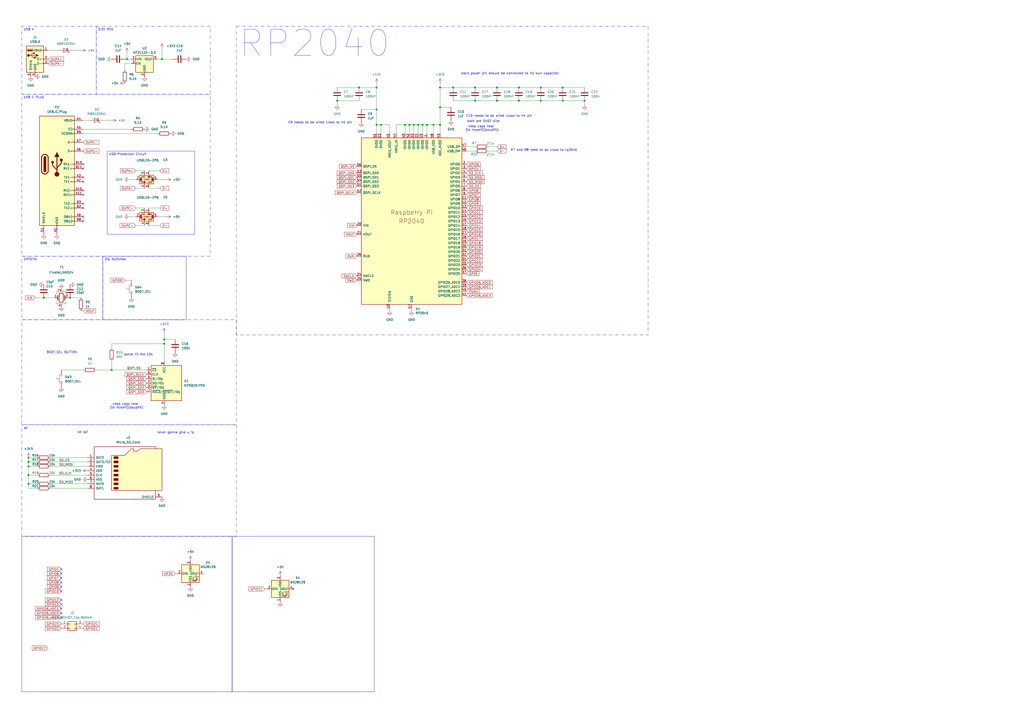
<source format=kicad_sch>
(kicad_sch (version 20250114) (generator "eeschema") (generator_version "9.0")
  (paper "A2")
  (title_block (title "HACKDUCKY BY SOUPTIK ") (date "2025-04-06") (rev "V2"))
  (text "sd spi \n" (at 48.514 250.698 0) (effects (font (size 1.27 1.27))))
  (text "C9 needs to be wired close to 45 pin" (at 185.674 71.12 0) (effects (font (size 1.27 1.27))))
  (text "keep caps near \n(to myself)(souptik)\n" (at 73.406 235.458 0) (effects (font (size 1.27 1.27))))
  (text "donot fit the 10k \n" (at 80.772 205.74 0) (effects (font (size 1.27 1.27))))
  (text "R7 and R8 need to be close to rp2040" (at 315.468 87.122 0) (effects (font (size 1.27 1.27))))
  (text "C10 needs to be wired close to 44 pin" (at 289.56 67.31 0) (effects (font (size 1.27 1.27))))
  (text "BOOT_SEL BUTTON\n" (at 35.814 204.47 0) (effects (font (size 1.27 1.27))))
  (text "never gonna give u ip\n" (at 101.854 250.952 0) (effects (font (size 1.27 1.27))))
  (text "keep caps near \n(to myself)(souptik)\n" (at 279.654 74.422 0) (effects (font (size 1.27 1.27))))
  (text "both are 0402 size" (at 280.416 70.358 0) (effects (font (size 1.27 1.27))))
  (text "each power pin should be connected to its own capacitor" (at 295.91 42.672 0) (effects (font (size 1.27 1.27))))
  (text_box "CRYSTAL" (at 12.7 148.59 0) (size 46.99 36.83) (margins 0.9525 0.9525 0.9525 0.9525) (stroke (width 0) (type dash_dot_dot)) (effects (font (size 1.27 1.27)) (justify left top)))
  (text_box "RP2040\n" (at 137.16 15.24 0) (size 238.76 179.07) (margins 0.9525 0.9525 0.9525 0.9525) (stroke (width 0) (type dash_dot_dot)) (effects (font (size 15.24 15.24)) (justify left top)))
  (text_box "USB Protection Circuit\n" (at 62.23 87.63 0) (size 50.8 48.26) (margins 0.9525 0.9525 0.9525 0.9525) (effects (font (size 1.27 1.27)) (justify left top)))
  (text_box "" (at 12.7 311.15 0) (size 121.92 90.17) (margins 0.9525 0.9525 0.9525 0.9525) (effects (font (size 1.27 1.27)) (justify left top)))
  (text_box "" (at 12.7 185.42 0) (size 124.46 60.96) (margins 0.9525 0.9525 0.9525 0.9525) (stroke (width 0) (type dash_dot_dot)) (effects (font (size 1.27 1.27)) (justify left top)))
  (text_box "USB C PLUG" (at 12.7 54.61 0) (size 109.22 93.98) (margins 0.9525 0.9525 0.9525 0.9525) (stroke (width 0) (type dash_dot_dot)) (effects (font (size 1.27 1.27)) (justify left top)))
  (text_box "sd\n" (at 12.7 246.38 0) (size 124.46 64.77) (margins 0.9525 0.9525 0.9525 0.9525) (stroke (width 0) (type dash_dot_dot)) (effects (font (size 1.27 1.27)) (justify left top)))
  (text_box "Dip Switches\n" (at 59.69 148.59 0) (size 48.26 36.83) (margins 0.9525 0.9525 0.9525 0.9525) (effects (font (size 1.27 1.27)) (justify left top)))
  (text_box "3.3V REG\n" (at 55.88 15.24 0) (size 66.04 39.37) (margins 0.9525 0.9525 0.9525 0.9525) (stroke (width 0) (type dash_dot_dot)) (effects (font (size 1.27 1.27)) (justify left top)))
  (text_box "USB A\n" (at 12.7 15.24 0) (size 43.18 39.37) (margins 0.9525 0.9525 0.9525 0.9525) (stroke (width 0) (type dash_dot_dot)) (effects (font (size 1.27 1.27)) (justify left top)))
  (text_box "" (at 134.62 311.15 0) (size 82.55 90.17) (margins 0.9525 0.9525 0.9525 0.9525) (effects (font (size 1.27 1.27)) (justify left top)))
  (junction (at 220.98 72.39))
  (junction (at 300.99 58.42))
  (junction (at 16.51 280.67))
  (junction (at 245.11 72.39))
  (junction (at 326.39 58.42))
  (junction (at 242.57 72.39))
  (junction (at 25.4 172.72))
  (junction (at 73.66 34.29))
  (junction (at 275.59 50.8))
  (junction (at 208.28 50.8))
  (junction (at 93.98 34.29))
  (junction (at 218.44 72.39))
  (junction (at 16.51 275.59))
  (junction (at 247.65 72.39))
  (junction (at 234.95 72.39))
  (junction (at 255.27 72.39))
  (junction (at 275.59 58.42))
  (junction (at 255.27 62.23))
  (junction (at 313.69 50.8))
  (junction (at 326.39 50.8))
  (junction (at 262.89 50.8))
  (junction (at 300.99 50.8))
  (junction (at 313.69 58.42))
  (junction (at 255.27 50.8))
  (junction (at 251.46 72.39))
  (junction (at 40.64 172.72))
  (junction (at 288.29 50.8))
  (junction (at 95.25 199.39))
  (junction (at 195.58 58.42))
  (junction (at 16.51 265.43))
  (junction (at 16.51 267.97))
  (junction (at 218.44 50.8))
  (junction (at 16.51 270.51))
  (junction (at 288.29 58.42))
  (junction (at 240.03 72.39))
  (junction (at 95.25 196.85))
  (junction (at 218.44 63.5))
  (junction (at 339.09 58.42))
  (junction (at 64.77 214.63))
  (junction (at 237.49 72.39))
  (no_connect (at 170.18 341.63))
  (no_connect (at 48.26 95.25))
  (no_connect (at 48.26 120.65))
  (no_connect (at 35.56 340.36))
  (no_connect (at 48.26 113.03))
  (no_connect (at 48.26 110.49))
  (no_connect (at 35.56 335.28))
  (no_connect (at 35.56 350.52))
  (no_connect (at 35.56 342.9))
  (no_connect (at 48.26 105.41))
  (no_connect (at 48.26 128.27))
  (no_connect (at 35.56 353.06))
  (no_connect (at 48.26 97.79))
  (no_connect (at 35.56 337.82))
  (no_connect (at 35.56 358.14))
  (no_connect (at 35.56 355.6))
  (no_connect (at 35.56 332.74))
  (no_connect (at 35.56 347.98))
  (no_connect (at 48.26 102.87))
  (no_connect (at 35.56 330.2))
  (no_connect (at 48.26 118.11))
  (no_connect (at 48.26 125.73))
  (wire (pts (xy 74.93 104.14) (xy 78.74 104.14)))
  (wire (pts (xy 73.66 30.48) (xy 73.66 34.29)))
  (wire (pts (xy 288.29 58.42) (xy 300.99 58.42)))
  (wire (pts (xy 86.36 109.22) (xy 92.71 109.22)))
  (wire (pts (xy 283.21 85.09) (xy 288.29 85.09)))
  (wire (pts (xy 74.93 125.73) (xy 78.74 125.73)))
  (wire (pts (xy 95.25 193.04) (xy 95.25 196.85)))
  (wire (pts (xy 29.21 270.51) (xy 50.8 270.51)))
  (wire (pts (xy 226.06 77.47) (xy 226.06 72.39)))
  (wire (pts (xy 226.06 180.34) (xy 226.06 179.07)))
  (wire (pts (xy 41.91 29.21) (xy 46.99 29.21)))
  (wire (pts (xy 64.77 209.55) (xy 64.77 214.63)))
  (wire (pts (xy 218.44 50.8) (xy 218.44 63.5)))
  (wire (pts (xy 95.25 196.85) (xy 95.25 199.39)))
  (wire (pts (xy 25.4 172.72) (xy 31.75 172.72)))
  (wire (pts (xy 234.95 72.39) (xy 234.95 77.47)))
  (wire (pts (xy 255.27 50.8) (xy 255.27 62.23)))
  (wire (pts (xy 20.32 172.72) (xy 25.4 172.72)))
  (wire (pts (xy 29.21 275.59) (xy 50.8 275.59)))
  (wire (pts (xy 78.74 109.22) (xy 83.82 109.22)))
  (wire (pts (xy 275.59 50.8) (xy 288.29 50.8)))
  (wire (pts (xy 16.51 265.43) (xy 21.59 265.43)))
  (wire (pts (xy 251.46 72.39) (xy 251.46 77.47)))
  (wire (pts (xy 326.39 58.42) (xy 339.09 58.42)))
  (wire (pts (xy 255.27 72.39) (xy 255.27 77.47)))
  (wire (pts (xy 59.69 69.85) (xy 64.77 69.85)))
  (wire (pts (xy 255.27 62.23) (xy 255.27 72.39)))
  (wire (pts (xy 229.87 72.39) (xy 234.95 72.39)))
  (wire (pts (xy 93.98 34.29) (xy 100.33 34.29)))
  (wire (pts (xy 73.66 34.29) (xy 76.2 34.29)))
  (wire (pts (xy 229.87 77.47) (xy 229.87 72.39)))
  (wire (pts (xy 72.39 36.83) (xy 72.39 40.64)))
  (wire (pts (xy 16.51 267.97) (xy 16.51 270.51)))
  (wire (pts (xy 16.51 275.59) (xy 16.51 280.67)))
  (wire (pts (xy 270.51 87.63) (xy 275.59 87.63)))
  (wire (pts (xy 153.67 341.63) (xy 154.94 341.63)))
  (wire (pts (xy 72.39 34.29) (xy 73.66 34.29)))
  (wire (pts (xy 220.98 72.39) (xy 218.44 72.39)))
  (wire (pts (xy 261.62 62.23) (xy 255.27 62.23)))
  (wire (pts (xy 247.65 72.39) (xy 251.46 72.39)))
  (wire (pts (xy 21.59 280.67) (xy 16.51 280.67)))
  (wire (pts (xy 48.26 69.85) (xy 52.07 69.85)))
  (wire (pts (xy 29.21 280.67) (xy 50.8 280.67)))
  (wire (pts (xy 237.49 72.39) (xy 237.49 77.47)))
  (wire (pts (xy 93.98 27.94) (xy 93.98 34.29)))
  (wire (pts (xy 35.56 214.63) (xy 48.26 214.63)))
  (wire (pts (xy 195.58 60.96) (xy 195.58 58.42)))
  (wire (pts (xy 313.69 58.42) (xy 326.39 58.42)))
  (wire (pts (xy 242.57 77.47) (xy 242.57 72.39)))
  (wire (pts (xy 92.71 99.06) (xy 86.36 99.06)))
  (wire (pts (xy 64.77 199.39) (xy 95.25 199.39)))
  (wire (pts (xy 91.44 125.73) (xy 96.52 125.73)))
  (wire (pts (xy 39.37 172.72) (xy 40.64 172.72)))
  (wire (pts (xy 48.26 77.47) (xy 91.44 77.47)))
  (wire (pts (xy 46.99 172.72) (xy 40.64 172.72)))
  (wire (pts (xy 226.06 72.39) (xy 220.98 72.39)))
  (wire (pts (xy 27.94 29.21) (xy 34.29 29.21)))
  (wire (pts (xy 245.11 77.47) (xy 245.11 72.39)))
  (wire (pts (xy 46.99 180.34) (xy 48.26 180.34)))
  (wire (pts (xy 16.51 270.51) (xy 16.51 275.59)))
  (wire (pts (xy 240.03 72.39) (xy 242.57 72.39)))
  (wire (pts (xy 218.44 72.39) (xy 218.44 77.47)))
  (wire (pts (xy 247.65 72.39) (xy 247.65 77.47)))
  (wire (pts (xy 300.99 58.42) (xy 313.69 58.42)))
  (wire (pts (xy 283.21 87.63) (xy 288.29 87.63)))
  (wire (pts (xy 86.36 130.81) (xy 92.71 130.81)))
  (wire (pts (xy 218.44 48.26) (xy 218.44 50.8)))
  (wire (pts (xy 300.99 50.8) (xy 313.69 50.8)))
  (wire (pts (xy 218.44 63.5) (xy 218.44 72.39)))
  (wire (pts (xy 255.27 48.26) (xy 255.27 50.8)))
  (wire (pts (xy 48.26 74.93) (xy 76.2 74.93)))
  (wire (pts (xy 21.59 283.21) (xy 16.51 283.21)))
  (wire (pts (xy 29.21 267.97) (xy 50.8 267.97)))
  (wire (pts (xy 91.44 34.29) (xy 93.98 34.29)))
  (wire (pts (xy 21.59 270.51) (xy 16.51 270.51)))
  (wire (pts (xy 76.2 36.83) (xy 72.39 36.83)))
  (wire (pts (xy 29.21 283.21) (xy 50.8 283.21)))
  (wire (pts (xy 95.25 199.39) (xy 95.25 209.55)))
  (wire (pts (xy 78.74 99.06) (xy 83.82 99.06)))
  (wire (pts (xy 50.8 265.43) (xy 29.21 265.43)))
  (wire (pts (xy 240.03 72.39) (xy 240.03 77.47)))
  (wire (pts (xy 251.46 72.39) (xy 255.27 72.39)))
  (wire (pts (xy 78.74 120.65) (xy 83.82 120.65)))
  (wire (pts (xy 72.39 162.56) (xy 76.2 162.56)))
  (wire (pts (xy 16.51 267.97) (xy 21.59 267.97)))
  (wire (pts (xy 16.51 280.67) (xy 16.51 283.21)))
  (wire (pts (xy 195.58 58.42) (xy 208.28 58.42)))
  (wire (pts (xy 209.55 63.5) (xy 218.44 63.5)))
  (wire (pts (xy 64.77 199.39) (xy 64.77 201.93)))
  (wire (pts (xy 288.29 50.8) (xy 300.99 50.8)))
  (wire (pts (xy 78.74 130.81) (xy 83.82 130.81)))
  (wire (pts (xy 238.76 180.34) (xy 238.76 179.07)))
  (wire (pts (xy 101.6 332.74) (xy 102.87 332.74)))
  (wire (pts (xy 91.44 104.14) (xy 96.52 104.14)))
  (wire (pts (xy 275.59 58.42) (xy 288.29 58.42)))
  (wire (pts (xy 262.89 50.8) (xy 275.59 50.8)))
  (wire (pts (xy 313.69 50.8) (xy 326.39 50.8)))
  (wire (pts (xy 255.27 50.8) (xy 262.89 50.8)))
  (wire (pts (xy 242.57 72.39) (xy 245.11 72.39)))
  (wire (pts (xy 16.51 275.59) (xy 21.59 275.59)))
  (wire (pts (xy 208.28 50.8) (xy 218.44 50.8)))
  (wire (pts (xy 339.09 58.42) (xy 339.09 60.96)))
  (wire (pts (xy 237.49 72.39) (xy 240.03 72.39)))
  (wire (pts (xy 270.51 85.09) (xy 275.59 85.09)))
  (wire (pts (xy 195.58 50.8) (xy 208.28 50.8)))
  (wire (pts (xy 326.39 50.8) (xy 339.09 50.8)))
  (wire (pts (xy 92.71 120.65) (xy 86.36 120.65)))
  (wire (pts (xy 16.51 265.43) (xy 16.51 267.97)))
  (wire (pts (xy 262.89 58.42) (xy 275.59 58.42)))
  (wire (pts (xy 220.98 72.39) (xy 220.98 77.47)))
  (wire (pts (xy 55.88 214.63) (xy 64.77 214.63)))
  (wire (pts (xy 95.25 196.85) (xy 101.6 196.85)))
  (wire (pts (xy 245.11 72.39) (xy 247.65 72.39)))
  (wire (pts (xy 64.77 214.63) (xy 85.09 214.63)))
  (wire (pts (xy 234.95 72.39) (xy 237.49 72.39)))
  (label "SD_CS" (at 34.29 267.97 0))
  (label "SD_MOSI" (at 34.29 270.51 0))
  (label "SD_CLK" (at 34.29 275.59 0))
  (label "SD_MISO" (at 34.29 280.67 0))
  (label "QSPI_SS" (at 73.66 214.63 0))
  (global_label "SWCLK" (shape input) (at 207.01 160.02 180) (property "Intersheetrefs" "${INTERSHEET_REFS}" (effects (hide yes))))
  (global_label "GPIO13" (shape input) (at 35.56 350.52 180) (property "Intersheetrefs" "${INTERSHEET_REFS}" (effects (hide yes))))
  (global_label "SD_MISO" (shape input) (at 270.51 105.41 0) (property "Intersheetrefs" "${INTERSHEET_REFS}" (effects (hide yes))))
  (global_label "GPIO26_ADC1" (shape input) (at 35.56 353.06 180) (property "Intersheetrefs" "${INTERSHEET_REFS}" (effects (hide yes))))
  (global_label "GP25" (shape input) (at 270.51 158.75 0) (property "Intersheetrefs" "${INTERSHEET_REFS}" (effects (hide yes))))
  (global_label "DUPA+" (shape input) (at 78.74 99.06 180) (property "Intersheetrefs" "${INTERSHEET_REFS}" (effects (hide yes))))
  (global_label "GPIO8" (shape input) (at 35.56 337.82 180) (property "Intersheetrefs" "${INTERSHEET_REFS}" (effects (hide yes))))
  (global_label "GPIO12" (shape input) (at 270.51 125.73 0) (property "Intersheetrefs" "${INTERSHEET_REFS}" (effects (hide yes))))
  (global_label "DUPC-" (shape input) (at 48.26 82.55 0) (property "Intersheetrefs" "${INTERSHEET_REFS}" (effects (hide yes))))
  (global_label "QSPI_SCLK" (shape input) (at 207.01 111.76 180) (property "Intersheetrefs" "${INTERSHEET_REFS}" (effects (hide yes))))
  (global_label "D-" (shape input) (at 92.71 109.22 0) (property "Intersheetrefs" "${INTERSHEET_REFS}" (effects (hide yes))))
  (global_label "RUN" (shape input) (at 207.01 148.59 180) (property "Intersheetrefs" "${INTERSHEET_REFS}" (effects (hide yes))))
  (global_label "D+" (shape input) (at 92.71 120.65 0) (property "Intersheetrefs" "${INTERSHEET_REFS}" (effects (hide yes))))
  (global_label "GPIO24" (shape input) (at 270.51 156.21 0) (property "Intersheetrefs" "${INTERSHEET_REFS}" (effects (hide yes))))
  (global_label "GPIO9" (shape input) (at 35.56 340.36 180) (property "Intersheetrefs" "${INTERSHEET_REFS}" (effects (hide yes))))
  (global_label "GPIO22" (shape input) (at 270.51 151.13 0) (property "Intersheetrefs" "${INTERSHEET_REFS}" (effects (hide yes))))
  (global_label "QSPI_SD2" (shape input) (at 85.09 224.79 180) (property "Intersheetrefs" "${INTERSHEET_REFS}" (effects (hide yes))))
  (global_label "GPIO9" (shape input) (at 270.51 118.11 0) (property "Intersheetrefs" "${INTERSHEET_REFS}" (effects (hide yes))))
  (global_label "GPIO6" (shape input) (at 35.56 332.74 180) (property "Intersheetrefs" "${INTERSHEET_REFS}" (effects (hide yes))))
  (global_label "XOUT" (shape input) (at 207.01 135.89 180) (property "Intersheetrefs" "${INTERSHEET_REFS}" (effects (hide yes))))
  (global_label "GPIO21" (shape input) (at 48.26 364.49 0) (property "Intersheetrefs" "${INTERSHEET_REFS}" (effects (hide yes))))
  (global_label "DUPA-" (shape input) (at 27.94 36.83 0) (property "Intersheetrefs" "${INTERSHEET_REFS}" (effects (hide yes))))
  (global_label "GPIO6" (shape input) (at 270.51 110.49 0) (property "Intersheetrefs" "${INTERSHEET_REFS}" (effects (hide yes))))
  (global_label "D+" (shape input) (at 288.29 85.09 0) (property "Intersheetrefs" "${INTERSHEET_REFS}" (effects (hide yes))))
  (global_label "GPIO26_ADC3" (shape input) (at 35.56 358.14 180) (property "Intersheetrefs" "${INTERSHEET_REFS}" (effects (hide yes))))
  (global_label "GPIO20" (shape input) (at 270.51 146.05 0) (property "Intersheetrefs" "${INTERSHEET_REFS}" (effects (hide yes))))
  (global_label "GPIO23" (shape input) (at 270.51 153.67 0) (property "Intersheetrefs" "${INTERSHEET_REFS}" (effects (hide yes))))
  (global_label "GPIO10" (shape input) (at 35.56 342.9 180) (property "Intersheetrefs" "${INTERSHEET_REFS}" (effects (hide yes))))
  (global_label "QSPI_SD0" (shape input) (at 207.01 100.33 180) (property "Intersheetrefs" "${INTERSHEET_REFS}" (effects (hide yes))))
  (global_label "XIN" (shape input) (at 20.32 172.72 180) (property "Intersheetrefs" "${INTERSHEET_REFS}" (effects (hide yes))))
  (global_label "QSPI_SD3" (shape input) (at 207.01 107.95 180) (property "Intersheetrefs" "${INTERSHEET_REFS}" (effects (hide yes))))
  (global_label "QSPI_SCLK" (shape input) (at 85.09 217.17 180) (property "Intersheetrefs" "${INTERSHEET_REFS}" (effects (hide yes))))
  (global_label "GPIO7" (shape input) (at 35.56 335.28 180) (property "Intersheetrefs" "${INTERSHEET_REFS}" (effects (hide yes))))
  (global_label "GPIO18" (shape input) (at 270.51 140.97 0) (property "Intersheetrefs" "${INTERSHEET_REFS}" (effects (hide yes))))
  (global_label "GPIO13" (shape input) (at 270.51 128.27 0) (property "Intersheetrefs" "${INTERSHEET_REFS}" (effects (hide yes))))
  (global_label "GPIO24" (shape input) (at 48.26 361.95 0) (property "Intersheetrefs" "${INTERSHEET_REFS}" (effects (hide yes))))
  (global_label "GPIO11" (shape input) (at 270.51 123.19 0) (property "Intersheetrefs" "${INTERSHEET_REFS}" (effects (hide yes))))
  (global_label "PUSH" (shape input) (at 270.51 168.91 0) (property "Intersheetrefs" "${INTERSHEET_REFS}" (effects (hide yes))))
  (global_label "DUPC-" (shape input) (at 78.74 130.81 180) (property "Intersheetrefs" "${INTERSHEET_REFS}" (effects (hide yes))))
  (global_label "GPIO26_ADC0" (shape input) (at 35.56 355.6 180) (property "Intersheetrefs" "${INTERSHEET_REFS}" (effects (hide yes))))
  (global_label "GPIO0" (shape input) (at 72.39 162.56 180) (property "Intersheetrefs" "${INTERSHEET_REFS}" (effects (hide yes))))
  (global_label "D+" (shape input) (at 92.71 99.06 0) (property "Intersheetrefs" "${INTERSHEET_REFS}" (effects (hide yes))))
  (global_label "GPIO11" (shape input) (at 153.67 341.63 180) (property "Intersheetrefs" "${INTERSHEET_REFS}" (effects (hide yes))))
  (global_label "QSPI_SD1" (shape input) (at 207.01 102.87 180) (property "Intersheetrefs" "${INTERSHEET_REFS}" (effects (hide yes))))
  (global_label "XOUT" (shape input) (at 48.26 180.34 0) (property "Intersheetrefs" "${INTERSHEET_REFS}" (effects (hide yes))))
  (global_label "GPIO1" (shape input) (at 270.51 97.79 0) (property "Intersheetrefs" "${INTERSHEET_REFS}" (effects (hide yes))))
  (global_label "GPIO17" (shape input) (at 270.51 138.43 0) (property "Intersheetrefs" "${INTERSHEET_REFS}" (effects (hide yes))))
  (global_label "GPIO21" (shape input) (at 270.51 148.59 0) (property "Intersheetrefs" "${INTERSHEET_REFS}" (effects (hide yes))))
  (global_label "QSPI_SD3" (shape input) (at 85.09 227.33 180) (property "Intersheetrefs" "${INTERSHEET_REFS}" (effects (hide yes))))
  (global_label "DUPC+" (shape input) (at 78.74 120.65 180) (property "Intersheetrefs" "${INTERSHEET_REFS}" (effects (hide yes))))
  (global_label "SD_MOSI" (shape input) (at 270.51 102.87 0) (property "Intersheetrefs" "${INTERSHEET_REFS}" (effects (hide yes))))
  (global_label "GPIO10" (shape input) (at 270.51 120.65 0) (property "Intersheetrefs" "${INTERSHEET_REFS}" (effects (hide yes))))
  (global_label "GPIO0" (shape input) (at 270.51 95.25 0) (property "Intersheetrefs" "${INTERSHEET_REFS}" (effects (hide yes))))
  (global_label "GPIO8" (shape input) (at 270.51 115.57 0) (property "Intersheetrefs" "${INTERSHEET_REFS}" (effects (hide yes))))
  (global_label "SD_CLK" (shape input) (at 270.51 100.33 0) (property "Intersheetrefs" "${INTERSHEET_REFS}" (effects (hide yes))))
  (global_label "GPIO22" (shape input) (at 35.56 364.49 180) (property "Intersheetrefs" "${INTERSHEET_REFS}" (effects (hide yes))))
  (global_label "GP25" (shape input) (at 101.6 332.74 180) (property "Intersheetrefs" "${INTERSHEET_REFS}" (effects (hide yes))))
  (global_label "GPIO12" (shape input) (at 35.56 347.98 180) (property "Intersheetrefs" "${INTERSHEET_REFS}" (effects (hide yes))))
  (global_label "DUPC+" (shape input) (at 48.26 87.63 0) (property "Intersheetrefs" "${INTERSHEET_REFS}" (effects (hide yes))))
  (global_label "GPIO16" (shape input) (at 270.51 135.89 0) (property "Intersheetrefs" "${INTERSHEET_REFS}" (effects (hide yes))))
  (global_label "QSPI_SD0" (shape input) (at 85.09 219.71 180) (property "Intersheetrefs" "${INTERSHEET_REFS}" (effects (hide yes))))
  (global_label "DUPA+" (shape input) (at 27.94 34.29 0) (property "Intersheetrefs" "${INTERSHEET_REFS}" (effects (hide yes))))
  (global_label "GPIO1" (shape input) (at 35.56 330.2 180) (property "Intersheetrefs" "${INTERSHEET_REFS}" (effects (hide yes))))
  (global_label "GPIO19" (shape input) (at 270.51 143.51 0) (property "Intersheetrefs" "${INTERSHEET_REFS}" (effects (hide yes))))
  (global_label "GPIO7" (shape input) (at 270.51 113.03 0) (property "Intersheetrefs" "${INTERSHEET_REFS}" (effects (hide yes))))
  (global_label "GPIO14" (shape input) (at 270.51 130.81 0) (property "Intersheetrefs" "${INTERSHEET_REFS}" (effects (hide yes))))
  (global_label "GPIO17" (shape input) (at 27.94 375.92 180) (property "Intersheetrefs" "${INTERSHEET_REFS}" (effects (hide yes))))
  (global_label "GPIO26_ADC3" (shape input) (at 270.51 171.45 0) (property "Intersheetrefs" "${INTERSHEET_REFS}" (effects (hide yes))))
  (global_label "D-" (shape input) (at 92.71 130.81 0) (property "Intersheetrefs" "${INTERSHEET_REFS}" (effects (hide yes))))
  (global_label "SD_CS" (shape input) (at 270.51 107.95 0) (property "Intersheetrefs" "${INTERSHEET_REFS}" (effects (hide yes))))
  (global_label "DUPA-" (shape input) (at 78.74 109.22 180) (property "Intersheetrefs" "${INTERSHEET_REFS}" (effects (hide yes))))
  (global_label "GPIO15" (shape input) (at 270.51 133.35 0) (property "Intersheetrefs" "${INTERSHEET_REFS}" (effects (hide yes))))
  (global_label "XIN" (shape input) (at 207.01 130.81 180) (property "Intersheetrefs" "${INTERSHEET_REFS}" (effects (hide yes))))
  (global_label "QSPI_SD1" (shape input) (at 85.09 222.25 180) (property "Intersheetrefs" "${INTERSHEET_REFS}" (effects (hide yes))))
  (global_label "GPIO26_ADC1" (shape input) (at 270.51 166.37 0) (property "Intersheetrefs" "${INTERSHEET_REFS}" (effects (hide yes))))
  (global_label "QSPI_SD2" (shape input) (at 207.01 105.41 180) (property "Intersheetrefs" "${INTERSHEET_REFS}" (effects (hide yes))))
  (global_label "GPIO23" (shape input) (at 35.56 361.95 180) (property "Intersheetrefs" "${INTERSHEET_REFS}" (effects (hide yes))))
  (global_label "D-" (shape input) (at 288.29 87.63 0) (property "Intersheetrefs" "${INTERSHEET_REFS}" (effects (hide yes))))
  (global_label "GPIO26_ADC0" (shape input) (at 270.51 163.83 0) (property "Intersheetrefs" "${INTERSHEET_REFS}" (effects (hide yes))))
  (global_label "QSPI_SS" (shape input) (at 207.01 96.52 180) (property "Intersheetrefs" "${INTERSHEET_REFS}" (effects (hide yes))))
  (global_label "SWD" (shape input) (at 207.01 162.56 180) (property "Intersheetrefs" "${INTERSHEET_REFS}" (effects (hide yes))))
  (symbol (lib_id "Device:R") (at 25.4 267.97 90) (unit 1)
    (property "Reference" "R17" (at 20.574 266.7 90))
    (property "Value" "10k" (at 30.226 266.7 90))
    (property "Footprint" "Resistor_SMD:R_0402_1005Metric" (effects (hide yes)))
    (property "Description" "Resistor" (effects (hide yes)))
  )
  (symbol (lib_id "Device:C") (at 208.28 54.61 0) (unit 1)
    (property "Reference" "C8" (at 212.09 53.3399 0) (effects (justify left)))
    (property "Value" "100nF" (at 212.09 55.8799 0) (effects (justify left)))
    (property "Footprint" "Capacitor_SMD:C_0402_1005Metric" (effects (hide yes)))
    (property "Description" "Unpolarized capacitor" (effects (hide yes)))
  )
  (symbol (lib_id "power:+5V") (at 96.52 104.14 270) (unit 1)
    (property "Reference" "#PWR05" (effects (hide yes)))
    (property "Value" "+5V" (at 100.33 104.1399 90) (effects (justify left)))
    (property "Description" "Power symbol creates a global label with name \"+5V\"" (effects (hide yes)))
  )
  (symbol (lib_id "power:GND") (at 74.93 125.73 270) (unit 1)
    (property "Reference" "#PWR06" (effects (hide yes)))
    (property "Value" "GND" (at 71.12 125.7299 90) (effects (justify right)))
    (property "Description" "Power symbol creates a global label with name \"GND\" , ground" (effects (hide yes)))
  )
  (symbol (lib_id "LED:SK6812") (at 110.49 332.74 0) (unit 1)
    (property "Reference" "D1" (at 120.65 326.3198 0))
    (property "Value" "WS2812B" (at 120.65 328.8598 0))
    (property "Footprint" "LED_SMD:LED_WS2812B-2020_PLCC4_2.0x2.0mm" (effects (hide yes)))
    (property "Datasheet" "https://cdn-shop.adafruit.com/product-files/1138/SK6812+LED+datasheet+.pdf" (effects (hide yes)))
    (property "Description" "RGB LED with integrated controller" (effects (hide yes)))
  )
  (symbol (lib_id "power:+3V3") (at 255.27 48.26 0) (unit 1)
    (property "Reference" "#PWR037" (effects (hide yes)))
    (property "Value" "+3V3" (at 255.27 43.18 0))
    (property "Description" "Power symbol creates a global label with name \"+3V3\"" (effects (hide yes)))
  )
  (symbol (lib_id "Device:C") (at 275.59 54.61 0) (unit 1)
    (property "Reference" "C17" (at 279.4 53.3399 0) (effects (justify left)))
    (property "Value" "100nF" (at 279.4 55.8799 0) (effects (justify left)))
    (property "Footprint" "Capacitor_SMD:C_0402_1005Metric" (effects (hide yes)))
    (property "Description" "Unpolarized capacitor" (effects (hide yes)))
  )
  (symbol (lib_id "power:GND") (at 238.76 180.34 0) (unit 1)
    (property "Reference" "#PWR035" (effects (hide yes)))
    (property "Value" "GND" (at 238.76 185.42 0))
    (property "Description" "Power symbol creates a global label with name \"GND\" , ground" (effects (hide yes)))
  )
  (symbol (lib_id "power:GND") (at 95.25 234.95 0) (unit 1)
    (property "Reference" "#PWR047" (effects (hide yes)))
    (property "Value" "GND" (at 95.25 240.03 0))
    (property "Description" "Power symbol creates a global label with name \"GND\" , ground" (effects (hide yes)))
  )
  (symbol (lib_id "power:+5V") (at 46.99 29.21 270) (unit 1)
    (property "Reference" "#PWR014" (effects (hide yes)))
    (property "Value" "+5V" (at 50.8 29.2099 90) (effects (justify left)))
    (property "Description" "Power symbol creates a global label with name \"+5V\"" (effects (hide yes)))
  )
  (symbol (lib_id "Connector_Generic:Conn_02x02_Top_Bottom") (at 40.64 361.95 0) (unit 1)
    (property "Reference" "J2" (at 41.91 355.6 0))
    (property "Value" "Conn_02x02_Top_Bottom" (at 41.91 358.14 0))
    (property "Footprint" "Connector_PinHeader_1.00mm:PinHeader_2x02_P1.00mm_Vertical_SMD" (effects (hide yes)))
    (property "Description" "Generic connector, double row, 02x02, top/bottom pin numbering scheme (row 1: 1...pins_per_row, row2: pins_per_row+1 ... num_pins), script generated (kicad-library-utils/schlib/autogen/connector/)" (effects (hide yes)))
  )
  (symbol (lib_id "power:GND") (at 25.4 135.89 0) (unit 1)
    (property "Reference" "#PWR029" (effects (hide yes)))
    (property "Value" "GND" (at 25.4 140.97 0))
    (property "Description" "Power symbol creates a global label with name \"GND\" , ground" (effects (hide yes)))
  )
  (symbol (lib_id "power:GND") (at 35.56 177.8 0) (unit 1)
    (property "Reference" "#PWR020" (effects (hide yes)))
    (property "Value" "GND" (at 35.56 182.88 0))
    (property "Description" "Power symbol creates a global label with name \"GND\" , ground" (effects (hide yes)))
  )
  (symbol (lib_id "power:+5V") (at 72.39 48.26 90) (unit 1)
    (property "Reference" "#PWR051" (effects (hide yes)))
    (property "Value" "+5V" (at 68.58 48.2599 90) (effects (justify left)))
    (property "Description" "Power symbol creates a global label with name \"+5V\"" (effects (hide yes)))
  )
  (symbol (lib_id "Device:C") (at 288.29 54.61 0) (unit 1)
    (property "Reference" "C18" (at 292.1 53.3399 0) (effects (justify left)))
    (property "Value" "100nF" (at 292.1 55.8799 0) (effects (justify left)))
    (property "Footprint" "Capacitor_SMD:C_0402_1005Metric" (effects (hide yes)))
    (property "Description" "Unpolarized capacitor" (effects (hide yes)))
  )
  (symbol (lib_id "power:GND") (at 261.62 69.85 0) (unit 1)
    (property "Reference" "#PWR049" (effects (hide yes)))
    (property "Value" "GND" (at 261.62 74.93 0))
    (property "Description" "Power symbol creates a global label with name \"GND\" , ground" (effects (hide yes)))
  )
  (symbol (lib_id "power:GND") (at 25.4 165.1 270) (unit 1)
    (property "Reference" "#PWR018" (effects (hide yes)))
    (property "Value" "GND" (at 21.59 165.0999 90) (effects (justify right)))
    (property "Description" "Power symbol creates a global label with name \"GND\" , ground" (effects (hide yes)))
  )
  (symbol (lib_id "Connector:Micro_SD_Card") (at 73.66 273.05 0) (unit 1)
    (property "Reference" "J3" (at 74.295 254 0))
    (property "Value" "Micro_SD_Card" (at 74.295 256.54 0))
    (property "Footprint" "Connector_Card:microSD_HC_Molex_47219-2001" (effects (hide yes)))
    (property "Datasheet" "http://katalog.we-online.de/em/datasheet/693072010801.pdf" (effects (hide yes)))
    (property "Description" "Micro SD Card Socket" (effects (hide yes)))
  )
  (symbol (lib_id "Device:C") (at 326.39 54.61 0) (unit 1)
    (property "Reference" "C21" (at 330.2 53.3399 0) (effects (justify left)))
    (property "Value" "100nF" (at 330.2 55.8799 0) (effects (justify left)))
    (property "Footprint" "Capacitor_SMD:C_0402_1005Metric" (effects (hide yes)))
    (property "Description" "Unpolarized capacitor" (effects (hide yes)))
  )
  (symbol (lib_id "Device:C") (at 261.62 66.04 0) (unit 1)
    (property "Reference" "C10" (at 265.43 64.7699 0) (effects (justify left)))
    (property "Value" "1uF" (at 265.43 67.3099 0) (effects (justify left)))
    (property "Footprint" "Capacitor_SMD:C_0402_1005Metric" (effects (hide yes)))
    (property "Description" "Unpolarized capacitor" (effects (hide yes)))
  )
  (symbol (lib_id "power:GND") (at 195.58 60.96 0) (unit 1)
    (property "Reference" "#PWR026" (effects (hide yes)))
    (property "Value" "GND" (at 195.58 66.04 0))
    (property "Description" "Power symbol creates a global label with name \"GND\" , ground" (effects (hide yes)))
  )
  (symbol (lib_id "Device:R") (at 279.4 85.09 90) (unit 1)
    (property "Reference" "R7" (at 275.082 83.058 90))
    (property "Value" "27.4" (at 284.48 83.312 90))
    (property "Footprint" "Resistor_SMD:R_0402_1005Metric" (effects (hide yes)))
    (property "Description" "Resistor" (effects (hide yes)))
  )
  (symbol (lib_id "power:GND") (at 20.32 44.45 90) (unit 1)
    (property "Reference" "#PWR043" (effects (hide yes)))
    (property "Value" "GND" (at 24.13 44.4499 90) (effects (justify right)))
    (property "Description" "Power symbol creates a global label with name \"GND\" , ground" (effects (hide yes)))
  )
  (symbol (lib_id "Connector:USB_A") (at 20.32 34.29 0) (unit 1)
    (property "Reference" "J1" (at 20.32 21.59 0))
    (property "Value" "USB_A" (at 20.32 24.13 0))
    (property "Footprint" "Connector_USB:USB_A_CNCTech_1001-011-01101_Horizontal" (effects (hide yes)))
    (property "Description" "USB Type A connector" (effects (hide yes)))
  )
  (symbol (lib_id "Device:R") (at 64.77 205.74 0) (unit 1)
    (property "Reference" "R15" (at 67.31 204.4699 0) (effects (justify left)))
    (property "Value" "DNF" (at 67.31 207.0099 0) (effects (justify left)))
    (property "Footprint" "Resistor_SMD:R_0805_2012Metric_Pad1.20x1.40mm_HandSolder" (effects (hide yes)))
    (property "Description" "Resistor" (effects (hide yes)))
  )
  (symbol (lib_id "power:GND") (at 76.2 172.72 0) (unit 1)
    (property "Reference" "#PWR015" (effects (hide yes)))
    (property "Value" "GND" (at 76.2 177.8 0))
    (property "Description" "Power symbol creates a global label with name \"GND\" , ground" (effects (hide yes)))
  )
  (symbol (lib_id "Device:R") (at 46.99 176.53 180) (unit 1)
    (property "Reference" "R9" (at 49.53 175.2599 0) (effects (justify right)))
    (property "Value" "1k" (at 49.53 177.7999 0) (effects (justify right)))
    (property "Footprint" "Resistor_SMD:R_0402_1005Metric" (effects (hide yes)))
    (property "Description" "Resistor" (effects (hide yes)))
  )
  (symbol (lib_id "Device:C") (at 262.89 54.61 0) (unit 1)
    (property "Reference" "C11" (at 266.7 53.3399 0) (effects (justify left)))
    (property "Value" "100nF" (at 266.7 55.8799 0) (effects (justify left)))
    (property "Footprint" "Capacitor_SMD:C_0402_1005Metric" (effects (hide yes)))
    (property "Description" "Unpolarized capacitor" (effects (hide yes)))
  )
  (symbol (lib_id "power:GND") (at 74.93 104.14 270) (unit 1)
    (property "Reference" "#PWR04" (effects (hide yes)))
    (property "Value" "GND" (at 71.12 104.1399 90) (effects (justify right)))
    (property "Description" "Power symbol creates a global label with name \"GND\" , ground" (effects (hide yes)))
  )
  (symbol (lib_id "Device:C") (at 339.09 54.61 0) (unit 1)
    (property "Reference" "C22" (at 342.9 53.3399 0) (effects (justify left)))
    (property "Value" "100n" (at 342.9 55.8799 0) (effects (justify left)))
    (property "Footprint" "Capacitor_SMD:C_0402_1005Metric" (effects (hide yes)))
    (property "Description" "Unpolarized capacitor" (effects (hide yes)))
  )
  (symbol (lib_id "Device:C") (at 40.64 168.91 180) (unit 1)
    (property "Reference" "C12" (at 44.45 167.6399 0) (effects (justify right)))
    (property "Value" "15pF" (at 44.196 169.672 0) (effects (justify right)))
    (property "Footprint" "Capacitor_SMD:C_0402_1005Metric" (effects (hide yes)))
    (property "Description" "Unpolarized capacitor" (effects (hide yes)))
  )
  (symbol (lib_id "power:GND") (at 35.56 224.79 0) (unit 1)
    (property "Reference" "#PWR012" (effects (hide yes)))
    (property "Value" "GND" (at 35.56 229.87 0))
    (property "Description" "Power symbol creates a global label with name \"GND\" , ground" (effects (hide yes)))
  )
  (symbol (lib_id "power:GND") (at 93.98 288.29 0) (unit 1)
    (property "Reference" "#PWR033" (effects (hide yes)))
    (property "Value" "GND" (at 93.98 293.37 0))
    (property "Description" "Power symbol creates a global label with name \"GND\" , ground" (effects (hide yes)))
  )
  (symbol (lib_id "power:+3V3") (at 16.51 265.43 0) (unit 1)
    (property "Reference" "#PWR02" (effects (hide yes)))
    (property "Value" "+3V3" (at 16.51 260.35 0))
    (property "Description" "Power symbol creates a global label with name \"+3V3\"" (effects (hide yes)))
  )
  (symbol (lib_id "Device:R") (at 52.07 214.63 90) (unit 1)
    (property "Reference" "R8" (at 52.07 208.28 90))
    (property "Value" "1k" (at 52.07 210.82 90))
    (property "Footprint" "Resistor_SMD:R_0402_1005Metric" (effects (hide yes)))
    (property "Description" "Resistor" (effects (hide yes)))
  )
  (symbol (lib_id "power:GND") (at 83.82 74.93 90) (unit 1)
    (property "Reference" "#PWR030" (effects (hide yes)))
    (property "Value" "GND" (at 87.63 74.9299 90) (effects (justify right)))
    (property "Description" "Power symbol creates a global label with name \"GND\" , ground" (effects (hide yes)))
  )
  (symbol (lib_id "Device:Crystal_GND24") (at 35.56 172.72 0) (unit 1)
    (property "Reference" "Y1" (at 35.814 154.94 0))
    (property "Value" "Crystal_GND24" (at 35.56 157.988 0))
    (property "Footprint" "Crystal:Crystal_SMD_Abracon_ABM8G-4Pin_3.2x2.5mm" (effects (hide yes)))
    (property "Description" "Four pin crystal, GND on pins 2 and 4" (effects (hide yes)))
  )
  (symbol (lib_id "power:GND") (at 50.8 278.13 270) (unit 1)
    (property "Reference" "#PWR09" (effects (hide yes)))
    (property "Value" "GND" (at 46.99 278.1299 90) (effects (justify right)))
    (property "Description" "Power symbol creates a global label with name \"GND\" , ground" (effects (hide yes)))
  )
  (symbol (lib_id "Device:R") (at 25.4 280.67 90) (unit 1)
    (property "Reference" "R20" (at 20.574 279.4 90))
    (property "Value" "10k" (at 30.226 279.4 90))
    (property "Footprint" "Resistor_SMD:R_0402_1005Metric" (effects (hide yes)))
    (property "Description" "Resistor" (effects (hide yes)))
  )
  (symbol (lib_id "power:+3V3") (at 93.98 27.94 0) (unit 1)
    (property "Reference" "#PWR025" (effects (hide yes)))
    (property "Value" "+3V3" (at 96.52 26.6699 0) (effects (justify left)))
    (property "Description" "Power symbol creates a global label with name \"+3V3\"" (effects (hide yes)))
  )
  (symbol (lib_id "power:GND") (at 83.82 44.45 0) (unit 1)
    (property "Reference" "#PWR024" (effects (hide yes)))
    (property "Value" "GND" (at 83.82 49.53 0))
    (property "Description" "Power symbol creates a global label with name \"GND\" , ground" (effects (hide yes)))
  )
  (symbol (lib_id "Switch:SW_Push") (at 35.56 219.71 90) (unit 1)
    (property "Reference" "SW3" (at 37.592 218.694 90) (effects (justify right)))
    (property "Value" "BOOT_SEL" (at 37.592 221.234 90) (effects (justify right)))
    (property "Footprint" "Button_Switch_SMD:SW_Push_SPST_NO_Alps_SKRK" (effects (hide yes)))
    (property "Description" "Push button switch, generic, two pins" (effects (hide yes)))
    (property "LCSC" "C318884" (effects (hide yes)))
  )
  (symbol (lib_id "Power_Protection:USBLC6-2P6") (at 86.36 104.14 270) (unit 1)
    (property "Reference" "U3" (at 94.488 92.71 90) (effects (justify left)))
    (property "Value" "USBLC6-2P6" (at 79.248 92.964 90) (effects (justify left)))
    (property "Footprint" "Package_TO_SOT_SMD:SOT-666" (effects (hide yes)))
    (property "Datasheet" "https://www.st.com/resource/en/datasheet/usblc6-2.pdf" (effects (hide yes)))
    (property "Description" "Very low capacitance ESD protection diode, 2 data-line, SOT-666" (effects (hide yes)))
  )
  (symbol (lib_id "Connector:USB_C_Plug") (at 33.02 95.25 0) (unit 1)
    (property "Reference" "P2" (at 33.02 62.23 0))
    (property "Value" "USB_C_Plug" (at 33.02 64.77 0))
    (property "Footprint" "Connector_USB:USB_C_Plug_Molex_105444" (effects (hide yes)))
    (property "Datasheet" "https://www.usb.org/sites/default/files/documents/usb_type-c.zip" (effects (hide yes)))
    (property "Description" "USB Type-C Plug connector" (effects (hide yes)))
  )
  (symbol (lib_id "Device:C") (at 300.99 54.61 0) (unit 1)
    (property "Reference" "C19" (at 304.8 53.3399 0) (effects (justify left)))
    (property "Value" "100nF" (at 304.8 55.8799 0) (effects (justify left)))
    (property "Footprint" "Capacitor_SMD:C_0402_1005Metric" (effects (hide yes)))
    (property "Description" "Unpolarized capacitor" (effects (hide yes)))
  )
  (symbol (lib_id "power:+1V1") (at 218.44 48.26 0) (unit 1)
    (property "Reference" "#PWR028" (effects (hide yes)))
    (property "Value" "+1V1" (at 218.44 43.18 0))
    (property "Description" "Power symbol creates a global label with name \"+1V1\"" (effects (hide yes)))
  )
  (symbol (lib_id "power:+5V") (at 64.77 69.85 270) (unit 1)
    (property "Reference" "#PWR013" (effects (hide yes)))
    (property "Value" "+5V" (at 68.58 69.8499 90) (effects (justify left)))
    (property "Description" "Power symbol creates a global label with name \"+5V\"" (effects (hide yes)))
  )
  (symbol (lib_id "Device:C") (at 209.55 67.31 0) (unit 1)
    (property "Reference" "C9" (at 213.36 66.0399 0) (effects (justify left)))
    (property "Value" "1uF" (at 213.36 68.5799 0) (effects (justify left)))
    (property "Footprint" "Capacitor_SMD:C_0402_1005Metric" (effects (hide yes)))
    (property "Description" "Unpolarized capacitor" (effects (hide yes)))
  )
  (symbol (lib_id "Diode:MBR1020VL") (at 38.1 29.21 180) (unit 1)
    (property "Reference" "D3" (at 38.4175 22.86 0))
    (property "Value" "MBR1020VL" (at 38.4175 25.4 0))
    (property "Footprint" "Diode_SMD:D_SOD-123F" (effects (hide yes)))
    (property "Datasheet" "https://www.onsemi.com/pub/Collateral/MBR1020VL-D.PDF" (effects (hide yes)))
    (property "Description" "20V, 1A, 340 mV, Schottky Diode Rectifier, SOD-123F" (effects (hide yes)))
  )
  (symbol (lib_id "LED:SK6812") (at 162.56 341.63 0) (unit 1)
    (property "Reference" "D4" (at 172.72 335.2098 0))
    (property "Value" "WS2812B" (at 172.72 337.7498 0))
    (property "Footprint" "LED_SMD:LED_WS2812B-2020_PLCC4_2.0x2.0mm" (effects (hide yes)))
    (property "Datasheet" "https://cdn-shop.adafruit.com/product-files/1138/SK6812+LED+datasheet+.pdf" (effects (hide yes)))
    (property "Description" "RGB LED with integrated controller" (effects (hide yes)))
  )
  (symbol (lib_id "Device:R") (at 95.25 77.47 90) (unit 1)
    (property "Reference" "R5" (at 95.25 71.12 90))
    (property "Value" "5.1K" (at 95.25 73.66 90))
    (property "Footprint" "Capacitor_SMD:C_0402_1005Metric" (effects (hide yes)))
    (property "Description" "Resistor" (effects (hide yes)))
  )
  (symbol (lib_id "power:GND") (at 107.95 34.29 90) (unit 1)
    (property "Reference" "#PWR023" (effects (hide yes)))
    (property "Value" "GND" (at 111.76 34.2899 90) (effects (justify right)))
    (property "Description" "Power symbol creates a global label with name \"GND\" , ground" (effects (hide yes)))
  )
  (symbol (lib_id "power:GND") (at 110.49 340.36 0) (unit 1)
    (property "Reference" "#PWR07" (effects (hide yes)))
    (property "Value" "GND" (at 110.49 345.44 0))
    (property "Description" "Power symbol creates a global label with name \"GND\" , ground" (effects (hide yes)))
  )
  (symbol (lib_id "Device:C") (at 104.14 34.29 270) (unit 1)
    (property "Reference" "C15" (at 104.14 26.67 90))
    (property "Value" "1uF" (at 104.14 29.21 90))
    (property "Footprint" "Capacitor_SMD:C_0805_2012Metric" (effects (hide yes)))
    (property "Description" "Unpolarized capacitor" (effects (hide yes)))
  )
  (symbol (lib_id "power:+5V") (at 110.49 325.12 0) (unit 1)
    (property "Reference" "#PWR011" (effects (hide yes)))
    (property "Value" "+5V" (at 110.49 320.04 0))
    (property "Description" "Power symbol creates a global label with name \"+5V\"" (effects (hide yes)))
  )
  (symbol (lib_id "power:GND") (at 99.06 77.47 90) (unit 1)
    (property "Reference" "#PWR031" (effects (hide yes)))
    (property "Value" "GND" (at 102.87 77.4699 90) (effects (justify right)))
    (property "Description" "Power symbol creates a global label with name \"GND\" , ground" (effects (hide yes)))
  )
  (symbol (lib_id "Power_Protection:USBLC6-2P6") (at 86.36 125.73 270) (unit 1)
    (property "Reference" "U5" (at 94.488 114.3 90) (effects (justify left)))
    (property "Value" "USBLC6-2P6" (at 79.248 114.554 90) (effects (justify left)))
    (property "Footprint" "Package_TO_SOT_SMD:SOT-666" (effects (hide yes)))
    (property "Datasheet" "https://www.st.com/resource/en/datasheet/usblc6-2.pdf" (effects (hide yes)))
    (property "Description" "Very low capacitance ESD protection diode, 2 data-line, SOT-666" (effects (hide yes)))
  )
  (symbol (lib_id "power:GND") (at 209.55 71.12 0) (unit 1)
    (property "Reference" "#PWR027" (effects (hide yes)))
    (property "Value" "GND" (at 209.55 76.2 0))
    (property "Description" "Power symbol creates a global label with name \"GND\" , ground" (effects (hide yes)))
  )
  (symbol (lib_id "power:GND") (at 17.78 44.45 0) (unit 1)
    (property "Reference" "#PWR01" (effects (hide yes)))
    (property "Value" "GND" (at 17.78 49.53 0))
    (property "Description" "Power symbol creates a global label with name \"GND\" , ground" (effects (hide yes)))
  )
  (symbol (lib_id "Memory_Flash:W25Q16JVSS") (at 95.25 222.25 0) (unit 1)
    (property "Reference" "U1" (at 106.68 220.9799 0) (effects (justify left)))
    (property "Value" "W25Q16JVSS" (at 106.68 223.5199 0) (effects (justify left)))
    (property "Footprint" "Package_SO:SOIC-8_5.3x5.3mm_P1.27mm" (effects (hide yes)))
    (property "Datasheet" "https://www.winbond.com/hq/support/documentation/levelOne.jsp?__locale=en&DocNo=DA00-W25Q16JV.1" (effects (hide yes)))
    (property "Description" "16Mbit / 2MiB Serial Flash Memory, Standard/Dual/Quad SPI, 2.7-3.6V, SOIC-8 (208 mil)" (effects (hide yes)))
  )
  (symbol (lib_id "Regulator_Linear:AP2112K-3.3") (at 83.82 36.83 0) (unit 1)
    (property "Reference" "U2" (at 83.82 27.94 0))
    (property "Value" "AP2112K-3.3" (at 83.82 30.48 0))
    (property "Footprint" "Package_TO_SOT_SMD:SOT-23-5" (effects (hide yes)))
    (property "Datasheet" "https://www.diodes.com/assets/Datasheets/AP2112.pdf" (effects (hide yes)))
    (property "Description" "600mA low dropout linear regulator, with enable pin, 3.8V-6V input voltage range, 3.3V fixed positive output, SOT-23-5" (effects (hide yes)))
  )
  (symbol (lib_id "power:GND") (at 33.02 135.89 0) (unit 1)
    (property "Reference" "#PWR042" (effects (hide yes)))
    (property "Value" "GND" (at 33.02 140.97 0))
    (property "Description" "Power symbol creates a global label with name \"GND\" , ground" (effects (hide yes)))
  )
  (symbol (lib_id "Device:R") (at 279.4 87.63 90) (unit 1)
    (property "Reference" "R22" (at 275.082 89.408 90))
    (property "Value" "27.4" (at 284.48 89.662 90))
    (property "Footprint" "Resistor_SMD:R_0402_1005Metric" (effects (hide yes)))
    (property "Description" "Resistor" (effects (hide yes)))
  )
  (symbol (lib_id "power:+5V") (at 96.52 125.73 270) (unit 1)
    (property "Reference" "#PWR010" (effects (hide yes)))
    (property "Value" "+5V" (at 100.33 125.7299 90) (effects (justify left)))
    (property "Description" "Power symbol creates a global label with name \"+5V\"" (effects (hide yes)))
  )
  (symbol (lib_id "Diode:MBR1020VL") (at 55.88 69.85 180) (unit 1)
    (property "Reference" "D2" (at 56.1975 63.5 0))
    (property "Value" "MBR1020VL" (at 56.1975 66.04 0))
    (property "Footprint" "Diode_SMD:D_SOD-123F" (effects (hide yes)))
    (property "Datasheet" "https://www.onsemi.com/pub/Collateral/MBR1020VL-D.PDF" (effects (hide yes)))
    (property "Description" "20V, 1A, 340 mV, Schottky Diode Rectifier, SOD-123F" (effects (hide yes)))
  )
  (symbol (lib_id "Device:C") (at 68.58 34.29 270) (unit 1)
    (property "Reference" "C14" (at 68.58 26.67 90))
    (property "Value" "1uF" (at 68.58 29.21 90))
    (property "Footprint" "Capacitor_SMD:C_0402_1005Metric" (effects (hide yes)))
    (property "Description" "Unpolarized capacitor" (effects (hide yes)))
  )
  (symbol (lib_id "Device:R") (at 25.4 270.51 90) (unit 1)
    (property "Reference" "R18" (at 20.574 269.24 90))
    (property "Value" "10k" (at 30.226 269.24 90))
    (property "Footprint" "Resistor_SMD:R_0402_1005Metric" (effects (hide yes)))
    (property "Description" "Resistor" (effects (hide yes)))
  )
  (symbol (lib_id "power:GND") (at 162.56 349.25 0) (unit 1)
    (property "Reference" "#PWR036" (effects (hide yes)))
    (property "Value" "GND" (effects (hide yes)))
    (property "Description" "Power symbol creates a global label with name \"GND\" , ground" (effects (hide yes)))
  )
  (symbol (lib_id "power:GND") (at 226.06 180.34 0) (unit 1)
    (property "Reference" "#PWR034" (effects (hide yes)))
    (property "Value" "GND" (at 226.06 185.42 0))
    (property "Description" "Power symbol creates a global label with name \"GND\" , ground" (effects (hide yes)))
  )
  (symbol (lib_id "power:GND") (at 35.56 167.64 180) (unit 1)
    (property "Reference" "#PWR019" (effects (hide yes)))
    (property "Value" "GND" (at 35.56 162.56 0))
    (property "Description" "Power symbol creates a global label with name \"GND\" , ground" (effects (hide yes)))
  )
  (symbol (lib_id "power:GND") (at 101.6 204.47 0) (unit 1)
    (property "Reference" "#PWR048" (effects (hide yes)))
    (property "Value" "GND" (at 101.6 209.55 0))
    (property "Description" "Power symbol creates a global label with name \"GND\" , ground" (effects (hide yes)))
  )
  (symbol (lib_id "Device:R") (at 80.01 74.93 90) (unit 1)
    (property "Reference" "R4" (at 80.01 68.58 90))
    (property "Value" "5.1K" (at 80.01 71.12 90))
    (property "Footprint" "Capacitor_SMD:C_0402_1005Metric" (effects (hide yes)))
    (property "Description" "Resistor" (effects (hide yes)))
  )
  (symbol (lib_id "power:GND") (at 339.09 60.96 0) (unit 1)
    (property "Reference" "#PWR052" (effects (hide yes)))
    (property "Value" "GND" (at 339.09 66.04 0))
    (property "Description" "Power symbol creates a global label with name \"GND\" , ground" (effects (hide yes)))
  )
  (symbol (lib_id "Device:R") (at 25.4 283.21 90) (unit 1)
    (property "Reference" "R21" (at 20.574 281.94 90))
    (property "Value" "10k" (at 30.226 281.94 90))
    (property "Footprint" "Resistor_SMD:R_0402_1005Metric" (effects (hide yes)))
    (property "Description" "Resistor" (effects (hide yes)))
  )
  (symbol (lib_id "power:GND") (at 64.77 34.29 270) (unit 1)
    (property "Reference" "#PWR022" (effects (hide yes)))
    (property "Value" "GND" (at 60.96 34.2899 90) (effects (justify right)))
    (property "Description" "Power symbol creates a global label with name \"GND\" , ground" (effects (hide yes)))
  )
  (symbol (lib_id "power:+5V") (at 162.56 334.01 0) (unit 1)
    (property "Reference" "#PWR032" (effects (hide yes)))
    (property "Value" "+5V" (at 162.56 328.93 0))
    (property "Description" "Power symbol creates a global label with name \"+5V\"" (effects (hide yes)))
  )
  (symbol (lib_id "power:+5V") (at 73.66 30.48 0) (unit 1)
    (property "Reference" "#PWR044" (effects (hide yes)))
    (property "Value" "+5V" (at 73.66 25.4 0))
    (property "Description" "Power symbol creates a global label with name \"+5V\"" (effects (hide yes)))
  )
  (symbol (lib_id "power:+3V3") (at 95.25 193.04 0) (unit 1)
    (property "Reference" "#PWR046" (effects (hide yes)))
    (property "Value" "+3V3" (at 95.25 187.96 0))
    (property "Description" "Power symbol creates a global label with name \"+3V3\"" (effects (hide yes)))
  )
  (symbol (lib_id "Device:C") (at 195.58 54.61 0) (unit 1)
    (property "Reference" "C7" (at 199.39 53.3399 0) (effects (justify left)))
    (property "Value" "100nF" (at 199.39 55.8799 0) (effects (justify left)))
    (property "Footprint" "Capacitor_SMD:C_0402_1005Metric" (effects (hide yes)))
    (property "Description" "Unpolarized capacitor" (effects (hide yes)))
  )
  (symbol (lib_id "Device:R") (at 25.4 275.59 90) (unit 1)
    (property "Reference" "R19" (at 20.574 274.32 90))
    (property "Value" "10k" (at 30.226 274.32 90))
    (property "Footprint" "Resistor_SMD:R_0402_1005Metric" (effects (hide yes)))
    (property "Description" "Resistor" (effects (hide yes)))
  )
  (symbol (lib_id "power:+3V3") (at 50.8 273.05 90) (unit 1)
    (property "Reference" "#PWR08" (effects (hide yes)))
    (property "Value" "+3V3" (at 46.99 273.0499 90) (effects (justify left)))
    (property "Description" "Power symbol creates a global label with name \"+3V3\"" (effects (hide yes)))
  )
  (symbol (lib_id "Device:R") (at 25.4 265.43 90) (unit 1)
    (property "Reference" "R16" (at 20.574 264.16 90))
    (property "Value" "10k" (at 30.226 264.16 90))
    (property "Footprint" "Resistor_SMD:R_0402_1005Metric" (effects (hide yes)))
    (property "Description" "Resistor" (effects (hide yes)))
  )
  (symbol (lib_id "power:GND") (at 40.64 165.1 90) (unit 1)
    (property "Reference" "#PWR017" (effects (hide yes)))
    (property "Value" "GND" (at 44.45 165.0999 90) (effects (justify right)))
    (property "Description" "Power symbol creates a global label with name \"GND\" , ground" (effects (hide yes)))
  )
  (symbol (lib_id "MCU_RaspberryPi_and_Boards:RP2040") (at 238.76 128.27 0) (unit 1)
    (property "Reference" "U4" (at 240.9541 179.07 0) (effects (justify left)))
    (property "Value" "RP2040" (at 240.9541 181.61 0) (effects (justify left)))
    (property "Footprint" "Package_DFN_QFN:QFN-56-1EP_7x7mm_P0.4mm_EP3.2x3.2mm" (effects (hide yes)))
  )
  (symbol (lib_id "Device:C") (at 101.6 200.66 0) (unit 1)
    (property "Reference" "C16" (at 105.41 199.3899 0) (effects (justify left)))
    (property "Value" "100n" (at 105.41 201.9299 0) (effects (justify left)))
    (property "Footprint" "Capacitor_SMD:C_0402_1005Metric" (effects (hide yes)))
    (property "Description" "Unpolarized capacitor" (effects (hide yes)))
  )
  (symbol (lib_id "Device:C") (at 313.69 54.61 0) (unit 1)
    (property "Reference" "C20" (at 317.5 53.3399 0) (effects (justify left)))
    (property "Value" "100nF" (at 317.5 55.8799 0) (effects (justify left)))
    (property "Footprint" "Capacitor_SMD:C_0402_1005Metric" (effects (hide yes)))
    (property "Description" "Unpolarized capacitor" (effects (hide yes)))
  )
  (symbol (lib_id "Device:C") (at 25.4 168.91 180) (unit 1)
    (property "Reference" "C13" (at 26.67 166.116 0) (effects (justify right)))
    (property "Value" "15pF" (at 26.67 163.576 0) (effects (justify right)))
    (property "Footprint" "Capacitor_SMD:C_0402_1005Metric" (effects (hide yes)))
    (property "Description" "Unpolarized capacitor" (effects (hide yes)))
  )
  (symbol (lib_id "Device:R") (at 72.39 44.45 180) (unit 1)
    (property "Reference" "R6" (at 74.93 43.1799 0) (effects (justify right)))
    (property "Value" "5.1K" (at 74.93 45.7199 0) (effects (justify right)))
    (property "Footprint" "Resistor_SMD:R_0805_2012Metric" (effects (hide yes)))
    (property "Description" "Resistor" (effects (hide yes)))
  )
  (symbol (lib_id "Switch:SW_Push") (at 76.2 167.64 90) (unit 1)
    (property "Reference" "SW4" (at 78.232 166.624 90) (effects (justify right)))
    (property "Value" "BOOT_SEL" (at 78.232 169.164 90) (effects (justify right)))
    (property "Footprint" "Button_Switch_SMD:SW_Push_SPST_NO_Alps_SKRK" (effects (hide yes)))
    (property "Description" "Push button switch, generic, two pins" (effects (hide yes)))
    (property "LCSC" "C318884" (effects (hide yes)))
  )
)
</source>
